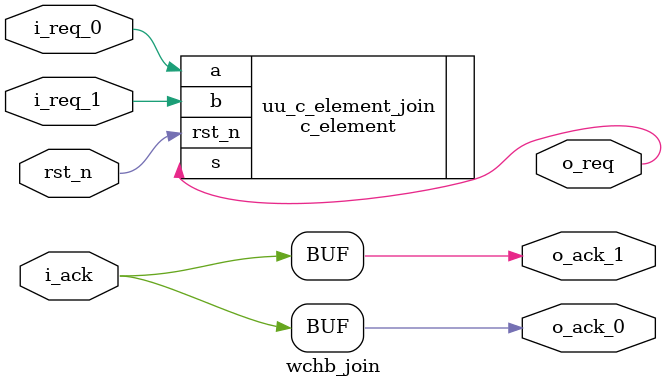
<source format=sv>
module wchb_join #(
   /* PARAMETERS */
   parameter INIT    = 0
)(
   /* INTERFACE */
   input  logic      rst_n,
   input  logic      i_req_0,
   output logic      o_ack_0,
   input  logic      i_req_1,
   output logic      o_ack_1,
   output logic      o_req,
   input  logic      i_ack
);

   /* Assignments */
   assign o_ack_0 = i_ack;
   assign o_ack_1 = i_ack;

   /* Muller gate */
   c_element #(
      .INIT (INIT)
   ) uu_c_element_join (
      .rst_n   (rst_n),
      .a       (i_req_0),
      .b       (i_req_1),
      .s       (o_req)
   );

endmodule

</source>
